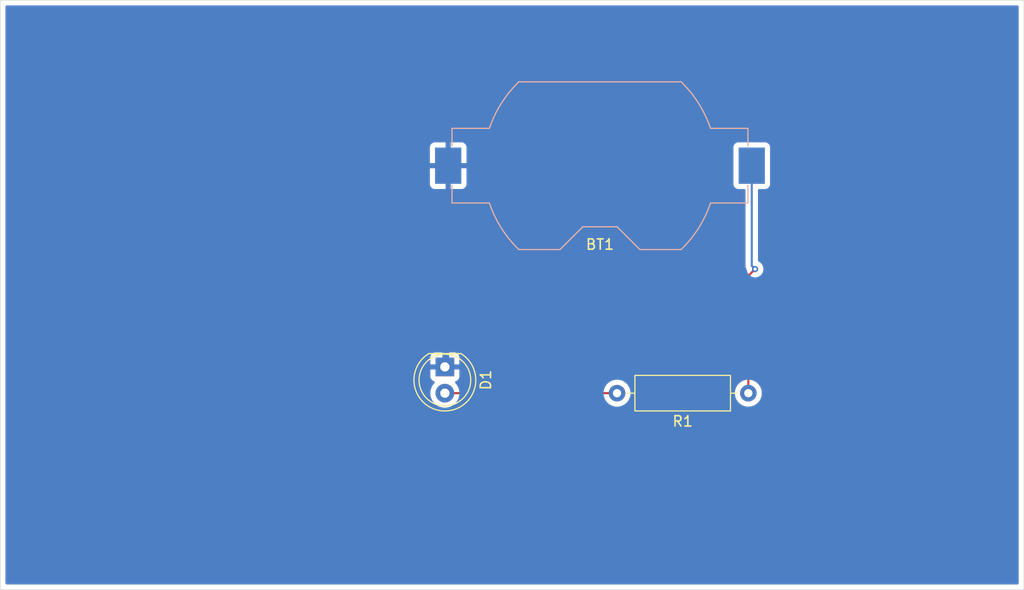
<source format=kicad_pcb>
(kicad_pcb (version 20241229) (generator "pcbnew") (generator_version "9.0")
  (title_block (title "Digital organ") (date "2025-09-02") (rev "0"))
  (layers (0 "F.Cu" signal) (2 "B.Cu" signal) (13 "F.Paste" user) (15 "B.Paste" user) (5 "F.SilkS" user "F.Silkscreen") (7 "B.SilkS" user "B.Silkscreen") (1 "F.Mask" user) (3 "B.Mask" user) (25 "Edge.Cuts" user))
  (net 0 "")
  (net 1 "GND")
  (net 2 "VCC")
  (net 3 "/test")
  (footprint "LED_THT:LED_D5.0mm" (layer "F.Cu") (at 142 106.46 -90)
    (property "Reference" "D1" (at 1.27 -3.96 90) (layer "F.SilkS"))
    (property "Value" "red")
    (fp_line (start -1.29 -1.545) (end -1.29 1.545) (stroke (width 0.12)) (layer "F.SilkS"))
    (fp_arc (start 4.26 0) (mid 2.071779 2.880495) (end -1.29 1.54483) (stroke (width 0.12)) (layer "F.SilkS"))
    (fp_arc (start -1.29 -1.54483) (mid 2.071779 -2.880495) (end 4.26 0) (stroke (width 0.12)) (layer "F.SilkS"))
    (fp_circle (center 1.27 0) (end 3.77 0) (stroke (width 0.12)) (fill no) (layer "F.SilkS"))
    (pad "1" thru_hole rect (at 0 0 270) (size 1.8 1.8) (drill 0.9) (layers "*.Cu" "*.Mask") (net 1 "GND"))
    (pad "2" thru_hole circle (at 2.54 0 270) (size 1.8 1.8) (drill 0.9) (layers "*.Cu" "*.Mask") (net 3 "/test"))
  )
  (footprint "Resistor_THT:R_Axial_DIN0309_L9.0mm_D3.2mm_P12.70mm_Horizontal" (layer "F.Cu") (at 171.35 109 180)
    (property "Reference" "R1" (at 6.35 -2.72 0) (layer "F.SilkS"))
    (property "Value" "1 kΩ")
    (fp_line (start 11.66 0) (end 10.97 0) (stroke (width 0.12)) (layer "F.SilkS"))
    (fp_line (start 1.04 0) (end 1.73 0) (stroke (width 0.12)) (layer "F.SilkS"))
    (fp_rect (start 1.73 -1.72) (end 10.97 1.72) (stroke (width 0.12)) (fill no) (layer "F.SilkS"))
    (pad "1" thru_hole circle (at 0 0 180) (size 1.6 1.6) (drill 0.8) (layers "*.Cu" "*.Mask") (net 2 "VCC"))
    (pad "2" thru_hole circle (at 12.7 0 180) (size 1.6 1.6) (drill 0.8) (layers "*.Cu" "*.Mask") (net 3 "/test"))
  )
  (footprint "Battery:BatteryHolder_Keystone_1058_1x2032" (layer "B.Cu") (at 157 87 180)
    (property "Reference" "BT1" (at 0 -7.62 0) (layer "F.SilkS"))
    (property "Value" "3V")
    (fp_line (start 14.31 1.9) (end 14.31 3.61) (stroke (width 0.12)) (layer "B.SilkS"))
    (fp_line (start 14.31 -1.9) (end 14.31 -3.61) (stroke (width 0.12)) (layer "B.SilkS"))
    (fp_line (start 14.31 -3.61) (end 10.692 -3.61) (stroke (width 0.12)) (layer "B.SilkS"))
    (fp_line (start 10.692 3.61) (end 14.31 3.61) (stroke (width 0.12)) (layer "B.SilkS"))
    (fp_line (start 7.8473 -8.11) (end 3.86 -8.11) (stroke (width 0.12)) (layer "B.SilkS"))
    (fp_line (start 1.66 -5.91) (end 3.86 -8.11) (stroke (width 0.12)) (layer "B.SilkS"))
    (fp_line (start 1.66 -5.91) (end -1.66 -5.91) (stroke (width 0.12)) (layer "B.SilkS"))
    (fp_line (start -1.66 -5.91) (end -3.86 -8.11) (stroke (width 0.12)) (layer "B.SilkS"))
    (fp_line (start -3.86 -8.11) (end -7.8473 -8.11) (stroke (width 0.12)) (layer "B.SilkS"))
    (fp_line (start -7.8473 8.11) (end 7.8473 8.11) (stroke (width 0.12)) (layer "B.SilkS"))
    (fp_line (start -10.692 -3.61) (end -14.31 -3.61) (stroke (width 0.12)) (layer "B.SilkS"))
    (fp_line (start -14.31 3.61) (end -10.692 3.61) (stroke (width 0.12)) (layer "B.SilkS"))
    (fp_line (start -14.31 1.9) (end -14.31 3.61) (stroke (width 0.12)) (layer "B.SilkS"))
    (fp_line (start -14.31 -1.9) (end -14.31 -3.61) (stroke (width 0.12)) (layer "B.SilkS"))
    (fp_arc (start 10.692 3.61) (mid 9.538084 6.031244) (end 7.845371 8.111789) (stroke (width 0.12)) (layer "B.SilkS"))
    (fp_arc (start 7.845371 -8.111789) (mid 9.538084 -6.031244) (end 10.692 -3.61) (stroke (width 0.12)) (layer "B.SilkS"))
    (fp_arc (start -7.845371 8.111789) (mid -9.538084 6.031244) (end -10.692 3.61) (stroke (width 0.12)) (layer "B.SilkS"))
    (fp_arc (start -10.692 -3.61) (mid -9.538085 -6.031245) (end -7.845371 -8.111789) (stroke (width 0.12)) (layer "B.SilkS"))
    (pad "1" smd rect (at -14.68 0 180) (size 2.54 3.51) (layers "B.Cu" "B.Mask" "B.Paste") (net 2 "VCC"))
    (pad "2" smd rect (at 14.68 0 180) (size 2.54 3.51) (layers "B.Cu" "B.Mask" "B.Paste") (net 1 "GND"))
  )
  (gr_rect (start 99 71) (end 198 128) (stroke (width 0.05)) (fill no) (layer "Edge.Cuts"))
  (segment (start 142.32 87) (end 142.32 106.14) (width 0.2) (layer "B.Cu") (net 1))
  (segment (start 142.32 106.14) (end 142 106.46) (width 0.2) (layer "B.Cu") (net 1))
  (segment (start 171.35 97.65) (end 172 97) (width 0.2) (layer "F.Cu") (net 2))
  (segment (start 171.35 109) (end 171.35 97.65) (width 0.2) (layer "F.Cu") (net 2))
  (via (at 172 97) (size 0.6) (drill 0.3) (layers "F.Cu" "B.Cu") (net 2))
  (segment (start 171.68 96.68) (end 172 97) (width 0.2) (layer "B.Cu") (net 2))
  (segment (start 171.68 87) (end 171.68 96.68) (width 0.2) (layer "B.Cu") (net 2))
  (segment (start 142 109) (end 158.65 109) (width 0.2) (layer "F.Cu") (net 3))
  (zone (net 1) (net_name "GND") (layer "B.Cu") (connect_pads (clearance 0.5)) (min_thickness 0.25) (fill yes (thermal_gap 0.5) (thermal_bridge_width 0.5))
    (polygon (pts (xy 198 71) (xy 99 71) (xy 99 128) (xy 198 128)))
  )
)
</source>
